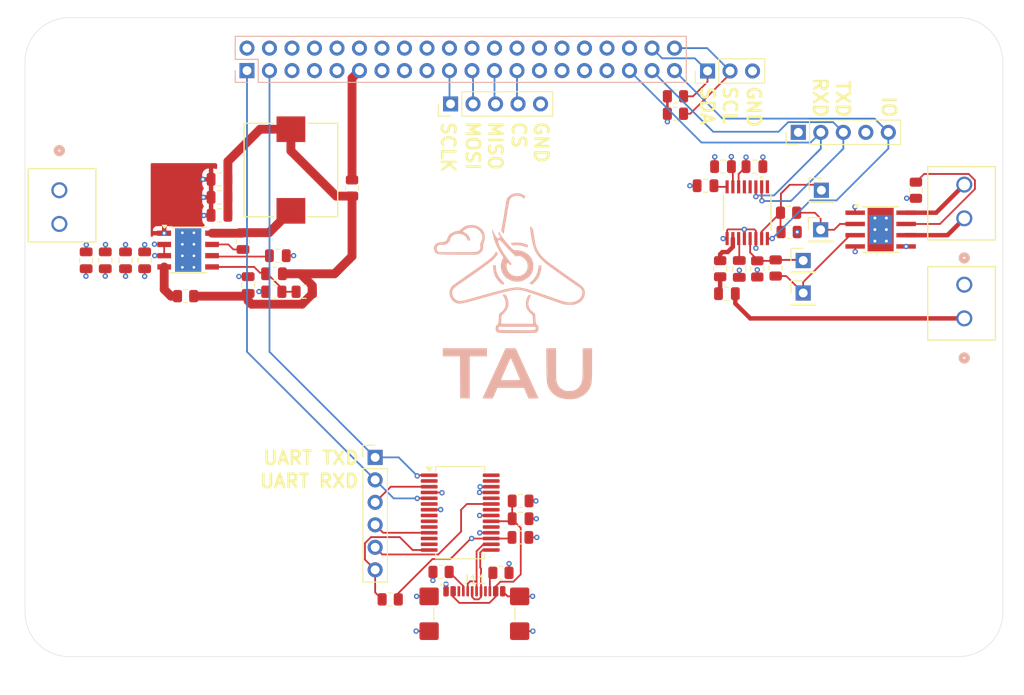
<source format=kicad_pcb>
(kicad_pcb (version 20241229) (generator "pcbnew") (generator_version "9.0")
  (layers (0 "F.Cu" signal) (4 "In1.Cu" signal) (6 "In2.Cu" signal) (2 "B.Cu" signal) (13 "F.Paste" user) (15 "B.Paste" user) (5 "F.SilkS" user "F.Silkscreen") (7 "B.SilkS" user "B.Silkscreen") (1 "F.Mask" user) (3 "B.Mask" user) (25 "Edge.Cuts" user))
  (net 0 "")
  (net 1 "Net-(C1-Pad2)")
  (net 2 "Net-(C1-Pad1)")
  (net 3 "Net-(U1-AVDD)")
  (net 4 "GND")
  (net 5 "Net-(U1-INN)")
  (net 6 "/Power_Schem/BOOT")
  (net 7 "/Power_Schem/SW")
  (net 8 "/Power_Schem/5V_FPGA_Power")
  (net 9 "/Power_Schem/FB")
  (net 10 "/Power_Schem/VCC")
  (net 14 "/Driver_Schem/RXD")
  (net 26 "/Driver_Schem/TXD")
  (net 31 "/Driver_Schem/IO")
  (net 34 "Net-(U2-OUT1)")
  (net 35 "Net-(U2-OUT2)")
  (net 36 "Net-(J5-Pin_1)")
  (net 37 "Net-(J7-Pin_1)")
  (net 38 "Net-(J8-Pin_1)")
  (net 39 "Net-(J9-Pin_1)")
  (net 40 "Net-(U2-ISEN)")
  (net 41 "Net-(U1-INP)")
  (net 42 "/Power_Schem/PG")
  (net 46 "Net-(Cff1-Pad1)")
  (net 47 "/USB_UART_Schem/3V3_OUT")
  (net 48 "/USB_UART_Schem/VCC")
  (net 49 "/USB_UART_Schem/TXD")
  (net 51 "/USB_UART_Schem/RXD")
  (net 52 "/USB_UART_Schem/CTS")
  (net 53 "/USB_UART_Schem/RTS")
  (net 54 "/USB_UART_Schem/CBUS3")
  (net 55 "/USB_UART_Schem/CBUS0")
  (net 56 "Net-(J11-CC1)")
  (net 57 "Net-(U4-USBD-)")
  (net 58 "Net-(J11-CC2)")
  (net 59 "Net-(U4-USBD+)")
  (net 70 "/V_Battery")
  (net 72 "/SCLK")
  (net 73 "/MISO")
  (net 74 "/CS")
  (net 75 "/MOSI")
  (net 77 "/SDA")
  (net 78 "/SCL")
  (net 83 "/IOREG")
  (footprint "Capacitor_SMD:C_0805_2012Metric" (layer "F.Cu") (at 175.7943 68.0821)
    (property "Reference" "C2" (hide yes))
    (property "Value" "0.1 µF" (hide yes))
  )
  (footprint "Capacitor_SMD:C_0805_2012Metric" (layer "F.Cu") (at 108.0335 76.506 -90)
    (property "Reference" "Cin3" (hide yes))
    (property "Value" "4.7 µF" (hide yes))
  )
  (footprint "Resistor_SMD:R_0805_2012Metric" (layer "F.Cu") (at 199.5433 68.5901 -90)
    (property "Reference" "R5" (hide yes))
    (property "Value" "10" (hide yes))
  )
  (footprint "MountingHole:MountingHole_3.2mm_M3" (layer "F.Cu") (at 204.3866 54.072)
    (property "Reference" "H3" (hide yes))
    (property "Value" "MountingHole" (hide yes))
  )
  (footprint "Connector_PinHeader_2.54mm:PinHeader_1x05_P2.54mm_Vertical" (layer "F.Cu") (at 186.27 62.05 90)
    (property "Reference" "J6" (hide yes))
    (property "Value" "Conn_01x05_Pin" (hide yes))
  )
  (footprint "Resistor_SMD:R_0805_2012Metric" (layer "F.Cu") (at 140.2 114.81)
    (property "Reference" "R8" (hide yes))
    (property "Value" "4.7k" (hide yes))
  )
  (footprint "Capacitor_SMD:C_0805_2012Metric" (layer "F.Cu") (at 127.514675 75.984675)
    (property "Reference" "Cvcc1" (hide yes))
    (property "Value" "1.0 µF" (hide yes))
  )
  (footprint "Connector_PinHeader_2.54mm:PinHeader_1x01_P2.54mm_Vertical" (layer "F.Cu") (at 188.788775 73.0549)
    (property "Reference" "J7" (hide yes))
    (property "Value" "Conn_01x01_Pin" (hide yes))
  )
  (footprint "Capacitor_SMD:C_0805_2012Metric" (layer "F.Cu") (at 154.919525 103.6892)
    (property "Reference" "C8" (hide yes))
    (property "Value" "10 µF" (hide yes))
  )
  (footprint "Resistor_SMD:R_0805_2012Metric" (layer "F.Cu") (at 145.94 111.71)
    (property "Reference" "R9" (hide yes))
    (property "Value" "5.1k" (hide yes))
  )
  (footprint "MountingHole:MountingHole_3.2mm_M3" (layer "F.Cu") (at 204.3866 116.302)
    (property "Reference" "H2" (hide yes))
    (property "Value" "MountingHole" (hide yes))
  )
  (footprint "Connector_PinHeader_2.54mm:PinHeader_1x01_P2.54mm_Vertical" (layer "F.Cu") (at 186.82 76.53)
    (property "Reference" "J8" (hide yes))
    (property "Value" "Conn_01x01_Pin" (hide yes))
  )
  (footprint "Resistor_SMD:R_0805_2012Metric" (layer "F.Cu") (at 130.489 80.062)
    (property "Reference" "Rfbt2" (hide yes))
    (property "Value" "100k" (hide yes))
  )
  (footprint "Resistor_SMD:R_0805_2012Metric" (layer "F.Cu") (at 185.1688 71.1301)
    (property "Reference" "R4" (hide yes))
    (property "Value" "0" (hide yes))
  )
  (footprint "Capacitor_SMD:C_0805_2012Metric" (layer "F.Cu") (at 179.6043 77.4801 90)
    (property "Reference" "C5" (hide yes))
    (property "Value" "0.033 µF" (hide yes))
  )
  (footprint "Connector_PinHeader_2.54mm:PinHeader_1x03_P2.54mm_Vertical" (layer "F.Cu") (at 176.02 55.12 90)
    (property "Reference" "J12" (hide yes))
    (property "Value" "Conn_01x03_Pin" (hide yes))
  )
  (footprint "Resistor_SMD:R_0805_2012Metric" (layer "F.Cu") (at 152.7 111.81 180)
    (property "Reference" "R10" (hide yes))
    (property "Value" "5.1k" (hide yes))
  )
  (footprint "Capacitor_SMD:C_0805_2012Metric" (layer "F.Cu") (at 112.4785 76.506 -90)
    (property "Reference" "Cin1" (hide yes))
    (property "Value" "4.7 µF" (hide yes))
  )
  (footprint "Resistor_SMD:R_0805_2012Metric" (layer "F.Cu") (at 135.89 68.34 90)
    (property "Reference" "R7" (hide yes))
    (property "Value" "0" (hide yes))
  )
  (footprint "Capacitor_SMD:C_0805_2012Metric" (layer "F.Cu") (at 110.3195 76.506 -90)
    (property "Reference" "Cin2" (hide yes))
    (property "Value" "4.7 µF" (hide yes))
  )
  (footprint "Connector_PinHeader_2.54mm:PinHeader_1x06_P2.54mm_Vertical" (layer "F.Cu") (at 138.5 98.77)
    (property "Reference" "J10" (hide yes))
    (property "Value" "Conn_01x06_Pin" (hide yes))
  )
  (footprint "Package_SO:Texas_HTSOP-8-1EP_3.9x4.9mm_P1.27mm_EP2.95x4.9mm_Mask2.4x3.1mm_ThermalVias" (layer "F.Cu") (at 195.5603 73.0351)
    (property "Reference" "U2" (hide yes))
    (property "Value" "DRV8870DDA" (hide yes))
  )
  (footprint "MountingHole:MountingHole_3.2mm_M3" (layer "F.Cu") (at 103.9426 54.072)
    (property "Reference" "H1" (hide yes))
    (property "Value" "MountingHole" (hide yes))
  )
  (footprint "Capacitor_SMD:C_0805_2012Metric" (layer "F.Cu") (at 181.3163 65.9231 180)
    (property "Reference" "C4" (hide yes))
    (property "Value" "0.1 µF" (hide yes))
  )
  (footprint "Resistor_SMD:R_0805_2012Metric" (layer "F.Cu") (at 181.6363 77.4801 90)
    (property "Reference" "R1" (hide yes))
    (property "Value" "4.7k" (hide yes))
  )
  (footprint "Connector_PinHeader_2.54mm:PinHeader_1x05_P2.54mm_Vertical" (layer "F.Cu") (at 147.01 58.84 90)
    (property "Reference" "J4" (hide yes))
    (property "Value" "Conn_01x05_Pin" (hide yes))
  )
  (footprint "Capacitor_SMD:C_0805_2012Metric" (layer "F.Cu") (at 120.9265 69.394 180)
    (property "Reference" "Cout2" (hide yes))
    (property "Value" "47.0 µF" (hide yes))
  )
  (footprint "Capacitor_SMD:C_0805_2012Metric" (layer "F.Cu") (at 127.08 78.03 180)
    (property "Reference" "Cff1" (hide yes))
    (property "Value" "22.0 pF" (hide yes))
  )
  (footprint "Connector_USB:USB_C_Receptacle_GCT_USB4110" (layer "F.Cu") (at 149.7 117.575)
    (property "Reference" "J11")
    (property "Value" "USB_C_Receptacle_USB2.0_14P" (hide yes))
  )
  (footprint "Capacitor_SMD:C_0805_2012Metric" (layer "F.Cu") (at 123.577675 74.333675 90)
    (property "Reference" "Cboot2" (hide yes))
    (property "Value" "100.0 nF" (hide yes))
  )
  (footprint "Capacitor_SMD:C_0805_2012Metric" (layer "F.Cu") (at 154.9 107.81)
    (property "Reference" "C6" (hide yes))
    (property "Value" "100 nF" (hide yes))
  )
  (footprint "Package_SO:SSOP-28_5.3x10.2mm_P0.65mm" (layer "F.Cu") (at 148.1 105.01)
    (property "Reference" "U4" (hide yes))
    (property "Value" "FT232RL" (hide yes))
  )
  (footprint "Capacitor_SMD:C_0805_2012Metric" (layer "F.Cu") (at 120.9265 67.362 180)
    (property "Reference" "Cout1" (hide yes))
    (property "Value" "47.0 µF" (hide yes))
  )
  (footprint "Resistor_SMD:R_0805_2012Metric" (layer "F.Cu") (at 172.4 57.98)
    (property "Reference" "R11" (hide yes))
    (property "Value" "4.7k" (hide yes))
  )
  (footprint "Capacitor_SMD:C_0805_2012Metric" (layer "F.Cu") (at 105.8745 76.506 -90)
    (property "Reference" "Cinx1" (hide yes))
    (property "Value" "220.0 nF" (hide yes))
  )
  (footprint "YO0221500000G:CONN_YO0221500000G_AMP" (layer "F.Cu") (at 205.0043 83.0681 90)
    (property "Reference" "J2" (hide yes))
    (property "Value" "YO0221500000G" (hide yes))
  )
  (footprint "Resistor_SMD:R_0805_2012Metric" (layer "F.Cu") (at 127.06 80.062)
    (property "Reference" "Rfbt1" (hide yes))
    (property "Value" "100k" (hide yes))
  )
  (footprint "YO0221500000G:CONN_YO0221500000G_AMP" (layer "F.Cu") (at 205.0043 71.765101 90)
    (property "Reference" "J1" (hide yes))
    (property "Value" "YO0221500000G" (hide yes))
  )
  (footprint "Connector_PinHeader_2.54mm:PinHeader_1x01_P2.54mm_Vertical" (layer "F.Cu") (at 188.8753 68.5901)
    (property "Reference" "J9" (hide yes))
    (property "Value" "Conn_01x01_Pin" (hide yes))
  )
  (footprint "Capacitor_SMD:C_0805_2012Metric" (layer "F.Cu") (at 178.2073 80.2741)
    (property "Reference" "C1" (hide yes))
    (property "Value" "390 pF" (hide yes))
  )
  (footprint "Connector_PinHeader_2.54mm:PinHeader_1x01_P2.54mm_Vertical" (layer "F.Cu") (at 186.82 80.2)
    (property "Reference" "J5" (hide yes))
    (property "Value" "Conn_01x01_Pin" (hide yes))
  )
  (footprint "Resistor_SMD:R_0805_2012Metric" (layer "F.Cu") (at 117.100675 80.556675)
    (property "Reference" "Rpg1" (hide yes))
    (property "Value" "100k" (hide yes))
  )
  (footprint "Package_SO:Texas_HSOP-8-1EP_3.9x4.9mm_P1.27mm_ThermalVias" (layer "F.Cu") (at 117.387675 75.349675)
    (property "Reference" "U3" (hide yes))
    (property "Value" "LMR33640ADDA" (hide yes))
  )
  (footprint "PGA460:PW16_TEX" (layer "F.Cu") (at 180.504301 71.1301 90)
    (property "Reference" "U1" (hide yes))
    (property "Value" "~" (hide yes))
  )
  (footprint "SRP1038A-150M:IND_SRP1038A_BRN" (layer "F.Cu") (at 128.9885 66.3079 90)
    (property "Reference" "L1" (hide yes))
    (property "Value" "16.0 µH" (hide yes))
  )
  (footprint "Resistor_SMD:R_0805_2012Metric" (layer "F.Cu") (at 185.232775 73.3089 180)
    (property "Reference" "R2" (hide yes))
    (property "Value" "4.7k" (hide yes))
  )
  (footprint "Resistor_SMD:R_0805_2012Metric" (layer "F.Cu") (at 183.708775 77.3729 90)
    (property "Reference" "R3" (hide yes))
    (property "Value" "0" (hide yes))
  )
  (footprint "Resistor_SMD:R_0805_2012Metric" (layer "F.Cu") (at 177.4453 77.4566 -90)
    (property "Reference" "R6" (hide yes))
    (property "Value" "100" (hide yes))
  )
  (footprint "Capacitor_SMD:C_0805_2012Metric" (layer "F.Cu") (at 177.7653 65.9231)
    (property "Reference" "C3" (hide yes))
    (property "Value" "0.1 µF" (hide yes))
  )
  (footprint "Capacitor_SMD:C_0805_2012Metric" (layer "F.Cu") (at 124.1625 79.3 90)
    (property "Reference" "Coutx1" (hide yes))
    (property "Value" "100.0 nF" (hide yes))
  )
  (footprint "Capacitor_SMD:C_0805_2012Metric" (layer "F.Cu") (at 154.919525 105.6992)
    (property "Reference" "C7" (hide yes))
    (property "Value" "100 nF" (hide yes))
  )
  (footprint "Resistor_SMD:R_0805_2012Metric" (layer "F.Cu") (at 172.4 59.95)
    (property "Reference" "R12" (hide yes))
    (property "Value" "4.7k" (hide yes))
  )
  (footprint "YO0221500000G:CONN_YO0221500000G_AMP" (layer "F.Cu") (at 102.85 68.589999 -90)
    (property "Reference" "J3" (hide yes))
    (property "Value" "YO0221500000G" (hide yes))
  )
  (footprint "MountingHole:MountingHole_3.2mm_M3" (layer "F.Cu") (at 104.061595 116.417005)
    (property "Reference" "H4" (hide yes))
    (property "Value" "MountingHole" (hide yes))
  )
  (footprint "Capacitor_SMD:C_0805_2012Metric" (layer "F.Cu") (at 120.9265 71.426 180)
    (property "Reference" "Cout3" (hide yes))
    (property "Value" "47.0 µF" (hide yes))
  )
  (footprint "Connector_PinSocket_2.54mm:PinSocket_2x20_P2.54mm_Vertical" (layer "B.Cu") (at 124.031595 55.077005 -90)
    (property "Reference" "GPIO_0" (hide yes))
    (property "Value" "Conn_02x20_Odd_Even" (hide yes))
  )
  (footprint "FPGA_Anemometer_PCB:UAT_Symbol1" (layer "B.Cu") (at 154.35403 80.434565 180)
    (property "Reference" "G***" (hide yes))
    (property "Value" "LOGO" (hide yes))
  )
  (gr_line (start 103.981595 116.417005) (end 103.981595 116.417005) (stroke (width 0.2)) (layer "F.Cu"))
  (gr_arc (start 98.97259 54.072) (mid 100.428272 50.557672) (end 103.9426 49.10199) (stroke (width 0.05)) (layer "Edge.Cuts"))
  (gr_line (start 204.3866 49.10199) (end 103.9426 49.10199) (stroke (width 0.05)) (layer "Edge.Cuts"))
  (gr_line (start 98.97259 54.072) (end 98.97259 116.302) (stroke (width 0.05)) (layer "Edge.Cuts"))
  (gr_arc (start 209.35661 116.302) (mid 207.900928 119.816328) (end 204.3866 121.27201) (stroke (width 0.05)) (layer "Edge.Cuts"))
  (gr_arc (start 103.9466 121.27205) (mid 100.432244 119.816356) (end 98.97655 116.302) (stroke (width 0.05)) (layer "Edge.Cuts"))
  (gr_line (start 209.35661 54.072) (end 209.35661 116.302) (stroke (width 0.05)) (layer "Edge.Cuts"))
  (gr_arc (start 204.3866 49.10199) (mid 207.900928 50.557672) (end 209.35661 54.072) (stroke (width 0.05)) (layer "Edge.Cuts"))
  (gr_line (start 204.3866 121.27201) (end 103.9466 121.27201) (stroke (width 0.05)) (layer "Edge.Cuts"))
  (gr_text "MISO" (at 151.18 60.64 270) (layer "F.SilkS") (effects (font (size 1.5 1.5) (thickness 0.3) (bold yes)) (justify left bottom)))
  (gr_text "MOSI\n" (at 148.64 60.65 270) (layer "F.SilkS") (effects (font (size 1.5 1.5) (thickness 0.3) (bold yes)) (justify left bottom)))
  (gr_text "IO" (at 195.61 57.83 270) (layer "F.SilkS") (effects (font (size 1.5 1.5) (thickness 0.3) (bold yes)) (justify left bottom)))
  (gr_text "UART RXD" (at 125.32 102.32 0) (layer "F.SilkS") (effects (font (size 1.5 1.5) (thickness 0.3) (bold yes)) (justify left bottom)))
  (gr_text "GND" (at 156.36 60.7 270) (layer "F.SilkS") (effects (font (size 1.5 1.5) (thickness 0.3) (bold yes)) (justify left bottom)))
  (gr_text "SDA" (at 175.12 56.75 270) (layer "F.SilkS") (effects (font (size 1.5 1.5) (thickness 0.3) (bold yes)) (justify left bottom)))
  (gr_text "SCLK\n" (at 145.86 60.71 270) (layer "F.SilkS") (effects (font (size 1.5 1.5) (thickness 0.3) (bold yes)) (justify left bottom)))
  (gr_text "SCL" (at 177.67 56.68 270) (layer "F.SilkS") (effects (font (size 1.5 1.5) (thickness 0.3) (bold yes)) (justify left bottom)))
  (gr_text "RXD" (at 187.86 55.71 270) (layer "F.SilkS") (effects (font (size 1.5 1.5) (thickness 0.3) (bold yes)) (justify left bottom)))
  (gr_text "UART TXD" (at 125.7 99.7 0) (layer "F.SilkS") (effects (font (size 1.5 1.5) (thickness 0.3) (bold yes)) (justify left bottom)))
  (gr_text "CS" (at 153.85 60.69 270) (layer "F.SilkS") (effects (font (size 1.5 1.5) (thickness 0.3) (bold yes)) (justify left bottom)))
  (gr_text "GND" (at 180.36 56.68 270) (layer "F.SilkS") (effects (font (size 1.5 1.5) (thickness 0.3) (bold yes)) (justify left bottom)))
  (gr_text "TXD" (at 190.41 56.04 270) (layer "F.SilkS") (effects (font (size 1.5 1.5) (thickness 0.3) (bold yes)) (justify left bottom)))
  (segment (start 179.1573 80.2741) (end 179.1573 80.8217) (width 0.2) (layer "F.Cu") (net 1))
  (segment (start 180.8381 83.0681) (end 205.0043 83.0681) (width 0.5) (layer "F.Cu") (net 1))
  (segment (start 179.1573 81.3873) (end 180.8381 83.0681) (width 0.5) (layer "F.Cu") (net 1))
  (segment (start 179.1573 80.8217) (end 179.1573 81.3873) (width 0.5) (layer "F.Cu") (net 1))
  (segment (start 177.4453 80.0861) (end 177.2573 80.2741) (width 0.2) (layer "F.Cu") (net 2))
  (segment (start 177.4453 78.3691) (end 177.4453 80.0861) (width 0.5) (layer "F.Cu") (net 2))
  (segment (start 176.8713 68.2091) (end 176.7443 68.0821) (width 0.2) (layer "F.Cu") (net 3))
  (segment (start 178.229302 68.2091) (end 176.8713 68.2091) (width 0.2) (layer "F.Cu") (net 3))
  (segment (start 176.8337 64.8181) (end 176.8337 64.9081) (width 0.2) (layer "F.Cu") (net 4))
  (segment (start 145.0275 112.6625) (end 145.02 112.67) (width 0.2) (layer "F.Cu") (net 4))
  (segment (start 123.12 78.33) (end 123.14 78.35) (width 0.2) (layer "F.Cu") (net 4))
  (segment (start 178.330302 73.0135) (end 178.229302 73.1145) (width 0.2) (layer "F.Cu") (net 4))
  (segment (start 176.8153 64.8365) (end 176.8337 64.8181) (width 0.2) (layer "F.Cu") (net 4))
  (segment (start 151.6 105.335) (end 150.295 105.335) (width 0.2) (layer "F.Cu") (net 4))
  (segment (start 123.14 78.35) (end 124.1625 78.35) (width 0.2) (layer "F.Cu") (net 4))
  (segment (start 144.59 114.47) (end 143.18 114.47) (width 0.2) (layer "F.Cu") (net 4))
  (segment (start 151.6 107.285) (end 150.305 107.285) (width 0.2) (layer "F.Cu") (net 4))
  (segment (start 119.9745 67.36) (end 119.9765 67.362) (width 0.2) (layer "F.Cu") (net 4))
  (segment (start 178.229302 74.0511) (end 177.784975 74.0511) (width 0.2) (layer "F.Cu") (net 4))
  (segment (start 112.4785 78.32) (end 112.4785 77.456) (width 0.2) (layer "F.Cu") (net 4))
  (segment (start 181.4793 75.131975) (end 181.4415 75.169775) (width 0.2) (layer "F.Cu") (net 4))
  (segment (start 176.8337 64.9081) (end 176.8237 64.9181) (width 0.2) (layer "F.Cu") (net 4))
  (segment (start 143.14 118.4) (end 143.13 118.39) (width 0.2) (layer "F.Cu") (net 4))
  (segment (start 156.6892 105.6992) (end 155.869525 105.6992) (width 0.2) (layer "F.Cu") (net 4))
  (segment (start 129.29 75.984675) (end 128.464675 75.984675) (width 0.2) (layer "F.Cu") (net 4))
  (segment (start 181.4793 73.184701) (end 181.4793 74.0511) (width 0.2) (layer "F.Cu") (net 4))
  (segment (start 151.6 102.085) (end 150.355 102.085) (width 0.2) (layer "F.Cu") (net 4))
  (segment (start 154.81 118.4) (end 156.3 118.4) (width 0.2) (layer "F.Cu") (net 4))
  (segment (start 150.295 102.735) (end 150.29 102.73) (width 0.2) (layer "F.Cu") (net 4))
  (segment (start 145.0275 111.71) (end 145.0275 112.6625) (width 0.2) (layer "F.Cu") (net 4))
  (segment (start 119.9725 71.43) (end 119.9765 71.426) (width 0.2) (layer "F.Cu") (net 4))
  (segment (start 126.125044 80.039544) (end 126.1475 80.062) (width 0.2) (layer "F.Cu") (net 4))
  (segment (start 192.6637 71.1085) (end 192.6853 71.1301) (width 0.2) (layer "F.Cu") (net 4))
  (segment (start 151.6 102.735) (end 150.295 102.735) (width 0.2) (layer "F.Cu") (net 4))
  (segment (start 154.81 114.47) (end 156.26 114.47) (width 0.2) (layer "F.Cu") (net 4))
  (segment (start 150.305 107.285) (end 150.3 107.29) (width 0.2) (layer "F.Cu") (net 4))
  (segment (start 156.26 114.47) (end 156.27 114.46) (width 0.2) (layer "F.Cu") (net 4))
  (segment (start 156.3 118.4) (end 156.31 118.4) (width 0.2) (layer "F.Cu") (net 4))
  (segment (start 125.3875 80.039544) (end 126.125044 80.039544) (width 0.2) (layer "F.Cu") (net 4))
  (segment (start 150.355 102.085) (end 150.35 102.09) (width 0.2) (layer "F.Cu") (net 4))
  (segment (start 110.3195 77.456) (end 110.3195 78.3095) (width 0.2) (layer "F.Cu") (net 4))
  (segment (start 181.308099 73.0135) (end 181.4793 73.184701) (width 0.2) (layer "F.Cu") (net 4))
  (segment (start 119.9765 69.394) (end 119.124 69.394) (width 0.2) (layer "F.Cu") (net 4))
  (segment (start 179.6137 78.4207) (end 179.6043 78.4301) (width 0.2) (layer "F.Cu") (net 4))
  (segment (start 108.0335 78.29) (end 108.0335 77.456) (width 0.2) (layer "F.Cu") (net 4))
  (segment (start 178.229302 73.1145) (end 178.229302 74.0511) (width 0.2) (layer "F.Cu") (net 4))
  (segment (start 110.3195 78.3095) (end 110.32 78.31) (width 0.2) (layer "F.Cu") (net 4))
  (segment (start 198.5037 69.4981) (end 198.5082 69.5026) (width 0.2) (layer "F.Cu") (net 4))
  (segment (start 145.89 104.67) (end 145.78 104.67) (width 0.2) (layer "F.Cu") (net 4))
  (segment (start 180.2803 73.0135) (end 181.308099 73.0135) (width 0.2) (layer "F.Cu") (net 4))
  (segment (start 156.74 107.81) (end 156.75 107.82) (width 0.2) (layer "F.Cu") (net 4))
  (segment (start 177.784975 74.0511) (end 177.7839 74.052175) (width 0.2) (layer "F.Cu") (net 4))
  (segment (start 144.59 118.4) (end 143.14 118.4) (width 0.2) (layer "F.Cu") (net 4))
  (segment (start 119.17 71.43) (end 119.9725 71.43) (width 0.2) (layer "F.Cu") (net 4))
  (segment (start 174.0337 68.0821) (end 174.8443 68.0821) (width 0.2) (layer "F.Cu") (net 4))
  (segment (start 105.85 77.4805) (end 105.8745 77.456) (width 0.2) (layer "F.Cu") (net 4))
  (segment (start 145.765 104.685) (end 144.6 104.685) (width 0.2) (layer "F.Cu") (net 4))
  (segment (start 152.9 113.895) (end 153.475 114.47) (width 0.2) (layer "F.Cu") (net 4))
  (segment (start 119.124 69.394) (end 119.12 69.39) (width 0.2) (layer "F.Cu") (net 4))
  (segment (start 182.2737 64.8481) (end 182.2737 65.9157) (width 0.2) (layer "F.Cu") (net 4))
  (segment (start 179.6137 77.6281) (end 179.6137 78.4207) (width 0.2) (layer "F.Cu") (net 4))
  (segment (start 153.475 114.47) (end 154.81 114.47) (width 0.2) (layer "F.Cu") (net 4))
  (segment (start 105.85 78.3) (end 105.85 77.4805) (width 0.2) (layer "F.Cu") (net 4))
  (segment (start 145.78 104.67) (end 145.765 104.685) (width 0.2) (layer "F.Cu") (net 4))
  (segment (start 180.2803 73.0135) (end 180.1715 73.0135) (width 0.2) (layer "F.Cu") (net 4))
  (segment (start 180.1793 74.0511) (end 180.1793 73.1145) (width 0.2) (layer "F.Cu") (net 4))
  (segment (start 192.6637 70.4681) (end 192.6637 71.1085) (width 0.2) (layer "F.Cu") (net 4))
  (segment (start 198.5082 69.5026) (end 199.5433 69.5026) (width 0.2) (layer "F.Cu") (net 4))
  (segment (start 155.85 107.81) (end 156.74 107.81) (width 0.2) (layer "F.Cu") (net 4))
  (segment (start 182.2737 65.9157) (end 182.2663 65.9231) (width 0.2) (layer "F.Cu") (net 4))
  (segment (start 176.8153 65.9231) (end 176.8153 64.8365) (width 0.2) (layer "F.Cu") (net 4))
  (segment (start 119.12 69.39) (end 119.26 69.39) (width 0.2) (layer "F.Cu") (net 4))
  (segment (start 153.6125 111.81) (end 153.6125 110.7725) (width 0.2) (layer "F.Cu") (net 4))
  (segment (start 180.1715 73.0135) (end 178.330302 73.0135) (width 0.2) (layer "F.Cu") (net 4))
  (segment (start 119.05 67.36) (end 119.9745 67.36) (width 0.2) (layer "F.Cu") (net 4))
  (segment (start 119.16 71.44) (end 119.17 71.43) (width 0.2) (layer "F.Cu") (net 4))
  (segment (start 181.4793 74.0511) (end 181.4793 75.131975) (width 0.2) (layer "F.Cu") (net 4))
  (segment (start 156.6392 103.6892) (end 155.869525 103.6892) (width 0.2) (layer "F.Cu") (net 4))
  (segment (start 146.5 113.895) (end 146.5 113.09) (width 0.2) (layer "F.Cu") (net 4))
  (via (at 181.4793 75.131975) (size 0.6) (drill 0.3) (layers "F.Cu" "B.Cu") (net 4))
  (via (at 156.3 118.4) (size 0.6) (drill 0.3) (layers "F.Cu" "B.Cu") (net 4))
  (via (at 108.0335 78.29) (size 0.6) (drill 0.3) (layers "F.Cu" "B.Cu") (net 4))
  (via (at 146.5 113.09) (size 0.6) (drill 0.3) (layers "F.Cu" "B.Cu") (net 4))
  (via (at 150.35 102.09) (size 0.6) (drill 0.3) (layers "F.Cu" "B.Cu") (net 4))
  (via (at 125.3875 80.039544) (size 0.6) (drill 0.3) (layers "F.Cu" "B.Cu") (net 4))
  (via (at 156.74 107.81) (size 0.6) (drill 0.3) (layers "F.Cu" "B.Cu") (net 4))
  (via (at 179.6137 77.6281) (size 0.6) (drill 0.3) (layers "F.Cu" "B.Cu") (net 4))
  (via (at 174.0337 68.0821) (size 0.6) (drill 0.3) (layers "F.Cu" "B.Cu") (net 4))
  (via (at 177.7839 74.052175) (size 0.6) (drill 0.3) (layers "F.Cu" "B.Cu") (net 4))
  (via (at 150.295 105.335) (size 0.6) (drill 0.3) (layers "F.Cu" "B.Cu") (net 4))
  (via (at 105.85 78.3) (size 0.6) (drill 0.3) (layers "F.Cu" "B.Cu") (net 4))
  (via (at 112.4785 78.32) (size 0.6) (drill 0.3) (layers "F.Cu" "B.Cu") (net 4))
  (via (at 129.29 75.984675) (size 0.6) (drill 0.3) (layers "F.Cu" "B.Cu") (net 4))
  (via (at 119.05 67.36) (size 0.6) (drill 0.3) (layers "F.Cu" "B.Cu") (net 4))
  (via (at 156.6392 103.6892) (size 0.6) (drill 0.3) (layers "F.Cu" "B.Cu") (net 4))
  (via (at 119.12 69.39) (size 0.6) (drill 0.3) (layers "F.Cu" "B.Cu") (net 4))
  (via (at 143.18 114.47) (size 0.6) (drill 0.3) (layers "F.Cu" "B.Cu") (net 4))
  (via (at 145.89 104.67) (size 0.6) (drill 0.3) (layers "F.Cu" "B.Cu") (net 4))
  (via (at 119.16 71.44) (size 0.6) (drill 0.3) (layers "F.Cu" "B.Cu") (net 4))
  (via (at 192.6637 70.4681) (size 0.6) (drill 0.3) (layers "F.Cu" "B.Cu") (net 4))
  (via (at 145.02 112.67) (size 0.6) (drill 0.3) (layers "F.Cu" "B.Cu") (net 4))
  (via (at 156.6892 105.6992) (size 0.6) (drill 0.3) (layers "F.Cu" "B.Cu") (net 4))
  (via (at 110.32 78.31) (size 0.6) (drill 0.3) (layers "F.Cu" "B.Cu") (net 4))
  (via (at 180.1715 73.0135) (size 0.6) (drill 0.3) (layers "F.Cu" "B.Cu") (net 4))
  (via (at 143.13 118.39) (size 0.6) (drill 0.3) (layers "F.Cu" "B.Cu") (net 4))
  (via (at 123.12 78.33) (size 0.6) (drill 0.3) (layers "F.Cu" "B.Cu") (net 4))
  (via (at 198.5037 69.4981) (size 0.6) (drill 0.3) (layers "F.Cu" "B.Cu") (net 4))
  (via (at 150.31 107.29) (size 0.6) (drill 0.3) (layers "F.Cu" "B.Cu") (net 4))
  (via (at 150.29 102.73) (size 0.6) (drill 0.3) (layers "F.Cu" "B.Cu") (net 4))
  (via (at 176.8337 64.8181) (size 0.6) (drill 0.3) (layers "F.Cu" "B.Cu") (net 4))
  (via (at 114.687675 73.444675) (size 0.6) (drill 0.3) (layers "F.Cu" "B.Cu") (net 4))
  (via (at 182.2737 64.8481) (size 0.6) (drill 0.3) (layers "F.Cu" "B.Cu") (net 4))
  (via (at 153.6125 110.7725) (size 0.6) (drill 0.3) (layers "F.Cu" "B.Cu") (net 4))
  (via (at 156.27 114.46) (size 0.6) (drill 0.3) (layers "F.Cu" "B.Cu") (net 4))
  (segment (start 179.6043 76.5301) (end 179.6043 74.126098) (width 0.2) (layer "F.Cu") (net 5))
  (segment (start 179.6043 74.126098) (end 179.529302 74.0511) (width 0.2) (layer "F.Cu") (net 5))
  (segment (start 122.495675 75.283675) (end 123.577675 75.283675) (width 0.2) (layer "F.Cu") (net 6))
  (segment (start 121.926675 74.714675) (end 122.495675 75.283675) (width 0.2) (layer "F.Cu") (net 6))
  (segment (start 120.087675 74.714675) (end 121.926675 74.714675) (width 0.2) (layer "F.Cu") (net 6))
  (segment (start 126.522825 73.383675) (end 128.9885 70.918) (width 1) (layer "F.Cu") (net 7))
  (segment (start 120.148675 73.383675) (end 120.087675 73.444675) (width 0.2) (layer "F.Cu") (net 7))
  (segment (start 123.516675 73.444675) (end 123.577675 73.383675) (width 0.2) (layer "F.Cu") (net 7))
  (segment (start 123.577675 73.383675) (end 126.522825 73.383675) (width 1) (layer "F.Cu") (net 7))
  (segment (start 120.087675 73.444675) (end 123.516675 73.444675) (width 1) (layer "F.Cu") (net 7))
  (segment (start 135.89 55.9186) (end 136.731595 55.077005) (width 1) (layer "F.Cu") (net 8))
  (segment (start 135.89 67.4275) (end 135.89 55.9186) (width 1) (layer "F.Cu") (net 8))
  (segment (start 125.49 77.91) (end 126.01 77.91) (width 0.2) (layer "F.Cu") (net 9))
  (segment (start 124.834675 77.254675) (end 125.49 77.91) (width 0.2) (layer "F.Cu") (net 9))
  (segment (start 127.9725 79.6825) (end 127.9725 80.062) (width 0.2) (layer "F.Cu") (net 9))
  (segment (start 126.01 77.91) (end 126.13 78.03) (width 0.2) (layer "F.Cu") (net 9))
  (segment (start 120.087675 77.254675) (end 124.834675 77.254675) (width 0.2) (layer "F.Cu") (net 9))
  (segment (start 126.32 78.03) (end 127.9725 79.6825) (width 0.2) (layer "F.Cu") (net 9))
  (segment (start 127.7845 79.874) (end 127.9725 80.062) (width 0.2) (layer "F.Cu") (net 9))
  (segment (start 126.13 78.03) (end 126.32 78.03) (width 0.2) (layer "F.Cu") (net 9))
  (segment (start 129.5765 80.062) (end 127.9725 80.062) (width 0.2) (layer "F.Cu") (net 9))
  (segment (start 126.464675 76.084675) (end 126.564675 75.984675) (width 0.2) (layer "F.Cu") (net 10))
  (segment (start 120.087675 75.984675) (end 120.187675 76.084675) (width 0.2) (layer "F.Cu") (net 10))
  (segment (start 120.187675 76.084675) (end 126.464675 76.084675) (width 0.2) (layer "F.Cu") (net 10))
  (segment (start 181.4793 69.3081) (end 181.4793 68.2091) (width 0.2) (layer "F.Cu") (net 14))
  (via (at 181.4793 69.3081) (size 0.6) (drill 0.3) (layers "F.Cu" "B.Cu") (net 14))
  (segment (start 188.249837 64.449837) (end 188.81 63.889674) (width 0.2) (layer "B.Cu") (net 14))
  (segment (start 181.606808 69.180592) (end 183.519083 69.180592) (width 0.2) (layer "B.Cu") (net 14))
  (segment (start 183.519083 69.180592) (end 188.249837 64.449837) (width 0.2) (layer "B.Cu") (net 14))
  (segment (start 188.249837 64.449837) (end 188.4773 64.222375) (width 0.2) (layer "B.Cu") (net 14))
  (segment (start 175.33559 63.201) (end 187.659 63.201) (width 0.2) (layer "B.Cu") (net 14))
  (segment (start 167.211595 55.077005) (end 175.33559 63.201) (width 0.2) (layer "B.Cu") (net 14))
  (segment (start 188.7313 63.968375) (end 188.4773 64.222375) (width 0.2) (layer "B.Cu") (net 14))
  (segment (start 187.659 63.201) (end 188.81 62.05) (width 0.2) (layer "B.Cu") (net 14))
  (segment (start 181.4793 69.3081) (end 181.606808 69.180592) (width 0.2) (layer "B.Cu") (net 14))
  (segment (start 188.81 63.889674) (end 188.81 62.05) (width 0.2) (layer "B.Cu") (net 14))
  (segment (start 182.129302 69.747696) (end 182.162198 69.780592) (width 0.2) (layer "F.Cu") (net 26))
  (segment (start 182.129302 68.2091) (end 182.129302 69.747696) (width 0.2) (layer "F.Cu") (net 26))
  (via (at 182.162198 69.780592) (size 0.6) (drill 0.3) (layers "F.Cu" "B.Cu") (net 26))
  (segment (start 184.038 61.98) (end 185.119 60.899) (width 0.2) (layer "B.Cu") (net 26))
  (segment (start 176.65459 61.98) (end 169.751595 55.077005) (width 0.2) (layer "B.Cu") (net 26))
  (segment (start 182.189979 69.808373) (end 185.431302 69.808373) (width 0.2) (layer "B.Cu") (net 26))
  (segment (start 191.099837 64.139837) (end 191.35 63.889674) (width 0.2) (layer "B.Cu") (net 26))
  (segment (start 185.431302 69.808373) (end 191.0173 64.222375) (width 0.2) (layer "B.Cu") (net 26))
  (segment (start 190.199 60.899) (end 191.35 62.05) (width 0.2) (layer "B.Cu") (net 26))
  (segment (start 176.65459 61.98) (end 184.038 61.98) (width 0.2) (layer "B.Cu") (net 26))
  (segment (start 182.162198 69.780592) (end 182.189979 69.808373) (width 0.2) (layer "B.Cu") (net 26))
  (segment (start 191.099837 64.139837) (end 191.0173 64.222375) (width 0.2) (layer "B.Cu") (net 26))
  (segment (start 191.35 63.889674) (end 191.35 62.05) (width 0.2) (layer "B.Cu") (net 26))
  (segment (start 185.119 60.899) (end 190.199 60.899) (width 0.2) (layer "B.Cu") (net 26))
  (segment (start 191.2713 63.968375) (end 191.099837 64.139837) (width 0.2) (layer "B.Cu") (net 26))
  (segment (start 182.7793 74.0511) (end 183.320025 74.0511) (width 0.2) (layer "F.Cu") (net 31))
  (via (at 183.320025 74.0511) (size 0.6) (drill 0.3) (layers "F.Cu" "B.Cu") (net 31))
  (segment (start 179.342 60.498) (end 194.878 60.498) (width 0.2) (layer "B.Cu") (net 31))
  (segment (start 194.878 60.498) (end 196.43 62.05) (width 0.2) (layer "B.Cu") (net 31))
  (segment (start 183.320025 74.0511) (end 187.630025 69.7411) (width 0.2) (layer "B.Cu") (net 31))
  (segment (start 195.964838 64.354838) (end 196.0973 64.222375) (width 0.2) (layer "B.Cu") (net 31))
  (segment (start 179.342 60.498) (end 177.71259 60.498) (width 0.2) (layer "B.Cu") (net 31))
  (segment (start 196.43 63.889676) (end 196.43 62.05) (width 0.2) (layer "B.Cu") (net 31))
  (segment (start 187.630025 69.7411) (end 190.578575 69.7411) (width 0.2) (layer "B.Cu") (net 31))
  (segment (start 177.71259 60.498) (end 172.291595 55.077005) (width 0.2) (layer "B.Cu") (net 31))
  (segment (start 190.578575 69.7411) (end 195.964838 64.354838) (width 0.2) (layer "B.Cu") (net 31))
  (segment (start 172.291595 55.81227) (end 172.291595 55.077005) (width 0.2) (layer "B.Cu") (net 31))
  (segment (start 195.964838 64.354838) (end 196.43 63.889676) (width 0.2) (layer "B.Cu") (net 31))
  (segment (start 203.099301 73.6701) (end 205.0043 71.765101) (width 0.5) (layer "F.Cu") (net 34))
  (segment (start 198.4353 73.6701) (end 203.099301 73.6701) (width 0.5) (layer "F.Cu") (net 34))
  (segment (start 198.4353 71.1301) (end 201.8293 71.1301) (width 0.5) (layer "F.Cu") (net 35))
  (segment (start 201.8293 71.1301) (end 205.0043 67.9551) (width 0.5) (layer "F.Cu") (net 35))
  (segment (start 186.82 80.2) (end 186.82 78.9591) (width 0.2) (layer "F.Cu") (net 36))
  (segment (start 183.708775 78.2854) (end 184.9054 78.2854) (width 0.2) (layer "F.Cu") (net 36))
  (segment (start 184.9054 78.2854) (end 186.82 80.2) (width 0.2) (layer "F.Cu") (net 36))
  (segment (start 186.82 78.9591) (end 192.109 73.6701) (width 0.2) (layer "F.Cu") (net 36))
  (segment (start 192.109 73.6701) (end 192.6853 73.6701) (width 0.2) (layer "F.Cu") (net 36))
  (segment (start 190.967575 72.4001) (end 192.6853 72.4001) (width 0.2) (layer "F.Cu") (net 37))
  (segment (start 188.788775 73.0549) (end 190.312775 73.0549) (width 0.2) (layer "F.Cu") (net 37))
  (segment (start 188.133975 71.1301) (end 188.788775 71.7849) (width 0.2) (layer "F.Cu") (net 37))
  (segment (start 190.312775 73.0549) (end 190.967575 72.4001) (width 0.2) (layer "F.Cu") (net 37))
  (segment (start 186.0813 71.1301) (end 188.133975 71.1301) (width 0.2) (layer "F.Cu") (net 37))
  (segment (start 188.788775 71.7849) (end 188.788775 73.0549) (width 0.2) (layer "F.Cu") (net 37))
  (segment (start 181.6363 76.431375) (end 181.6363 76.5676) (width 0.2) (layer "F.Cu") (net 38))
  (segment (start 180.829299 74.895099) (end 180.8319 74.8977) (width 0.2) (layer "F.Cu") (net 38))
  (segment (start 180.8319 74.8977) (end 180.8319 75.626975) (width 0.2) (layer "F.Cu") (net 38))
  (segment (start 183.601575 76.5676) (end 183.708775 76.4604) (width 0.2) (layer "F.Cu") (net 38))
  (segment (start 183.708775 76.4604) (end 186.7504 76.4604) (width 0.2) (layer "F.Cu") (net 38))
  (segment (start 180.829299 74.0511) (end 180.829299 74.895099) (width 0.2) (layer "F.Cu") (net 38))
  (segment (start 180.8319 75.626975) (end 181.6363 76.431375) (width 0.2) (layer "F.Cu") (net 38))
  (segment (start 181.6363 76.5676) (end 183.601575 76.5676) (width 0.2) (layer "F.Cu") (net 38))
  (segment (start 186.7504 76.4604) (end 186.82 76.53) (width 0.2) (layer "F.Cu") (net 38))
  (segment (start 184.2563 71.1301) (end 184.2563 73.244925) (width 0.2) (layer "F.Cu") (net 39))
  (segment (start 188.2553 67.9701) (end 185.3043 67.9701) (width 0.2) (layer "F.Cu") (net 39))
  (segment (start 184.3033 68.9711) (end 184.3033 71.0831) (width 0.2) (layer "F.Cu") (net 39))
  (segment (start 184.2563 73.244925) (end 184.320275 73.3089) (width 0.2) (layer "F.Cu") (net 39))
  (segment (start 188.8753 68.5901) (end 188.2553 67.9701) (width 0.2) (layer "F.Cu") (net 39))
  (segment (start 184.3033 71.0831) (end 184.2563 71.1301) (width 0.2) (layer "F.Cu") (net 39))
  (segment (start 185.3043 67.9701) (end 184.3033 68.9711) (width 0.2) (layer "F.Cu") (net 39))
  (segment (start 182.129299 74.0511) (end 182.129299 73.257101) (width 0.2) (layer "F.Cu") (net 39))
  (segment (start 182.129299 73.257101) (end 184.2563 71.1301) (width 0.2) (layer "F.Cu") (net 39))
  (segment (start 206.207 67.456925) (end 206.207 68.453275) (width 0.2) (layer "F.Cu") (net 40))
  (segment (start 202.260175 72.4001) (end 198.4353 72.4001) (width 0.2) (layer "F.Cu") (net 40))
  (segment (start 206.207 68.453275) (end 202.260175 72.4001) (width 0.2) (layer "F.Cu") (net 40))
  (segment (start 200.4685 66.7524) (end 205.502475 66.7524) (width 0.2) (layer "F.Cu") (net 40))
  (segment (start 205.502475 66.7524) (end 206.207 67.456925) (width 0.2) (layer "F.Cu") (net 40))
  (segment (start 199.5433 67.6776) (end 200.4685 66.7524) (width 0.2) (layer "F.Cu") (net 40))
  (segment (start 178.8793 74.0511) (end 178.8793 74.9877) (width 0.5) (layer "F.Cu") (net 41))
  (segment (start 178.2919 75.5751) (end 177.6993 75.5751) (width 0.5) (layer "F.Cu") (net 41))
  (segment (start 178.8793 74.9877) (end 178.2919 75.5751) (width 0.5) (layer "F.Cu") (net 41))
  (segment (start 177.6993 75.5751) (end 177.4453 75.8291) (width 0.5) (layer "F.Cu") (net 41))
  (segment (start 177.4453 75.8291) (end 177.4453 76.5441) (width 0.5) (layer "F.Cu") (net 41))
  (segment (start 114.687675 79.794675) (end 115.449675 80.556675) (width 1) (layer "F.Cu") (net 42))
  (segment (start 115.449675 80.556675) (end 116.188175 80.556675) (width 1) (layer "F.Cu") (net 42))
  (segment (start 114.687675 79.794675) (end 114.687675 77.254675) (width 1) (layer "F.Cu") (net 42))
  (segment (start 121.8765 65.33) (end 121.8765 67.362) (width 1) (layer "F.Cu") (net 46))
  (segment (start 121.498 67.362) (end 121.8765 67.362) (width 0.2) (layer "F.Cu") (net 46))
  (segment (start 133.91235 78.03) (end 135.89 76.05235) (width 1) (layer "F.Cu") (net 46))
  (segment (start 124.1625 81.078) (end 124.5475 81.463) (width 1) (layer "F.Cu") (net 46))
  (segment (start 130.0695 78.03) (end 131.4015 79.362) (width 1) (layer "F.Cu") (net 46))
  (segment (start 128.9885 61.6978) (end 125.5087 61.6978) (width 1) (layer "F.Cu") (net 46))
  (segment (start 121.8765 71.426) (end 121.8765 69.394) (width 1) (layer "F.Cu") (net 46))
  (segment (start 121.8765 67.362) (end 121.8765 69.394) (width 1) (layer "F.Cu") (net 46))
  (segment (start 123.855825 80.556675) (end 124.1625 80.25) (width 0.2) (layer "F.Cu") (net 46))
  (segment (start 131.4015 79.362) (end 131.4015 80.062) (width 1) (layer "F.Cu") (net 46))
  (segment (start 123.641175 80.556675) (end 124.1625 81.078) (width 0.2) (layer "F.Cu") (net 46))
  (segment (start 128.03 78.03) (end 130.0695 78.03) (width 1) (layer "F.Cu") (net 46))
  (segment (start 118.013175 80.556675) (end 123.855825 80.556675) (width 1) (layer "F.Cu") (net 46))
  (segment (start 131.4015 80.062) (end 131.4015 80.301344) (width 1) (layer "F.Cu") (net 46))
  (segment (start 125.5087 61.6978) (end 121.8765 65.33) (width 1) (layer "F.Cu") (net 46))
  (segment (start 131.4015 80.301344) (end 130.239844 81.463) (width 1) (layer "F.Cu") (net 46))
  (segment (start 128.03 78.03) (end 133.91235 78.03) (width 1) (layer "F.Cu") (net 46))
  (segment (start 135.89 76.05235) (end 135.89 69.2525) (width 1) (layer "F.Cu") (net 46))
  (segment (start 128.9885 61.6978) (end 128.9885 64.1456) (width 1) (layer "F.Cu") (net 46))
  (segment (start 128.9885 64.1456) (end 134.0954 69.2525) (width 1) (layer "F.Cu") (net 46))
  (segment (start 124.1625 81.078) (end 124.1625 80.25) (width 1) (layer "F.Cu") (net 46))
  (segment (start 134.0954 69.2525) (end 135.89 69.2525) (width 1) (layer "F.Cu") (net 46))
  (segment (start 124.5475 81.463) (end 130.239844 81.463) (width 1) (layer "F.Cu") (net 46))
  (segment (start 144.6 102.735) (end 146.011 102.735) (width 0.2) (layer "F.Cu") (net 47))
  (segment (start 146.9908 110.2492) (end 149.305 107.935) (width 0.2) (layer "F.Cu") (net 47))
  (segment (start 151.6 107.935) (end 153.825 107.935) (width 0.2) (layer "F.Cu") (net 47))
  (segment (start 144.9733 110.2492) (end 146.9908 110.2492) (width 0.2) (layer "F.Cu") (net 47))
  (segment (start 153.825 107.935) (end 153.95 107.81) (width 0.2) (layer "F.Cu") (net 47))
  (segment (start 141.1125 114.11) (end 144.9733 110.2492) (width 0.2) (layer "F.Cu") (net 47))
  (segment (start 149.305 107.935) (end 149.39 107.935) (width 0.2) (layer "F.Cu") (net 47))
  (segment (start 149.39 107.935) (end 151.6 107.935) (width 0.2) (layer "F.Cu") (net 47))
  (segment (start 141.1125 114.81) (end 141.1125 114.11) (width 0.2) (layer "F.Cu") (net 47))
  (via (at 146.044 102.768) (size 0.6) (drill 0.3) (layers "F.Cu" "B.Cu") (net 47))
  (via (at 149.39 107.935) (size 0.6) (drill 0.3) (layers "F.Cu" "B.Cu") (net 47))
  (segment (start 152.299 113.93) (end 152.1 113.93) (width 0.2) (layer "F.Cu") (net 48))
  (segment (start 148.002001 115.207) (end 151.397999 115.207) (width 0.2) (layer "F.Cu") (net 48))
  (segment (start 154.1886 105.985) (end 151.6 105.985) (width 0.2) (layer "F.Cu") (net 48))
  (segment (start 154.934 106.7304) (end 154.1886 105.985) (width 0.2) (layer "F.Cu") (net 48))
  (segment (start 147.3 113.93) (end 147.3 114.504999) (width 0.2) (layer "F.Cu") (net 48))
  (segment (start 152.1 114.504999) (end 152.1 113.93) (width 0.2) (layer "F.Cu") (net 48))
  (segment (start 152.1 113.355001) (end 152.644001 112.811) (width 0.2) (layer "F.Cu") (net 48))
  (segment (start 153.969525 103.6892) (end 153.969525 105.6992) (width 0.2) (layer "F.Cu") (net 48))
  (segment (start 152.1 113.93) (end 152.1 113.355001) (width 0.2) (layer "F.Cu") (net 48))
  (segment (start 151.397999 115.207) (end 152.1 114.504999) (width 0.2) (layer "F.Cu") (net 48))
  (segment (start 147.3 114.504999) (end 148.002001 115.207) (width 0.2) (layer "F.Cu") (net 48))
  (segment (start 154.934 111.98716) (end 154.934 106.7304) (width 0.2) (layer "F.Cu") (net 48))
  (segment (start 152.644001 112.811) (end 154.11016 112.811) (width 0.2) (layer "F.Cu") (net 48))
  (segment (start 154.11016 112.811) (end 154.934 111.98716) (width 0.2) (layer "F.Cu") (net 48))
  (segment (start 143.328 100.785) (end 143.25 100.863) (width 0.2) (layer "F.Cu") (net 49))
  (segment (start 144.6 100.785) (end 143.328 100.785) (width 0.2) (layer "F.Cu") (net 49))
  (via (at 143.25 100.863) (size 0.6) (drill 0.3) (layers "F.Cu" "B.Cu") (net 49))
  (segment (start 126.571595 86.841595) (end 126.571595 55.077005) (width 0.2) (layer "B.Cu") (net 49))
  (segment (start 138.5 98.77) (end 126.571595 86.841595) (width 0.2) (layer "B.Cu") (net 49))
  (segment (start 143.25 100.863) (end 141.157 98.77) (width 0.2) (layer "B.Cu") (net 49))
  (segment (start 141.157 98.77) (end 138.5 98.77) (width 0.2) (layer "B.Cu") (net 49))
  (segment (start 144.6 103.385) (end 143.268 103.385) (width 0.2) (layer "F.Cu") (net 51))
  (segment (start 143.268 103.385) (end 143.25 103.403) (width 0.2) (layer "F.Cu") (net 51))
  (via (at 143.25 103.403) (size 0.6) (drill 0.3) (layers "F.Cu" "B.Cu") (net 51))
  (segment (start 124.031595 86.841595) (end 138.5 101.31) (width 0.2) (layer "B.Cu") (net 51))
  (segment (start 143.25 103.403) (end 140.593 103.403) (width 0.2) (layer "B.Cu") (net 51))
  (segment (start 124.031595 55.077005) (end 124.031595 86.841595) (width 0.2) (layer "B.Cu") (net 51))
  (segment (start 140.593 103.403) (end 138.5 101.31) (width 0.2) (layer "B.Cu") (net 51))
  (segment (start 139.395 107.285) (end 138.5 106.39) (width 0.2) (layer "F.Cu") (net 52))
  (segment (start 144.6 107.285) (end 139.395 107.285) (width 0.2) (layer "F.Cu") (net 52))
  (segment (start 140.265 102.085) (end 138.5 103.85) (width 0.2) (layer "F.Cu") (net 53))
  (segment (start 144.6 102.085) (end 140.265 102.085) (width 0.2) (layer "F.Cu") (net 53))
  (segment (start 141.276 107.779) (end 138.02324 107.779) (width 0.2) (layer "F.Cu") (net 54))
  (segment (start 142.732 109.235) (end 141.276 107.779) (width 0.2) (layer "F.Cu") (net 54))
  (segment (start 137.349 108.45324) (end 137.349 110.319) (width 0.2) (layer "F.Cu") (net 54))
  (segment (start 138.5 111.47) (end 138.5 114.0225) (width 0.2) (layer "F.Cu") (net 54))
  (segment (start 137.349 110.319) (end 138.5 111.47) (width 0.2) (layer "F.Cu") (net 54))
  (segment (start 138.02324 107.779) (end 137.349 108.45324) (width 0.2) (layer "F.Cu") (net 54))
  (segment (start 144.6 109.235) (end 142.732 109.235) (width 0.2) (layer "F.Cu") (net 54))
  (segment (start 138.5 114.0225) (end 139.2875 114.81) (width 0.2) (layer "F.Cu") (net 54))
  (segment (start 148.2 104.69) (end 148.855 104.035) (width 0.2) (layer "F.Cu") (net 55))
  (segment (start 138.5 108.93) (end 139.306 109.736) (width 0.2) (layer "F.Cu") (net 55))
  (segment (start 139.306 109.736) (end 145.61887 109.736) (width 0.2) (layer "F.Cu") (net 55))
  (segment (start 148.2 107.15487) (end 148.2 104.69) (width 0.2) (layer "F.Cu") (net 55))
  (segment (start 148.855 104.035) (end 151.6 104.035) (width 0.2) (layer "F.Cu") (net 55))
  (segment (start 145.61887 109.736) (end 148.2 107.15487) (width 0.2) (layer "F.Cu") (net 55))
  (segment (start 146.8525 111.71) (end 148.45 113.3075) (width 0.2) (layer "F.Cu") (net 56))
  (segment (start 148.45 113.3075) (end 148.45 113.93) (width 0.2) (layer "F.Cu") (net 56))
  (segment (start 149.79 112.77) (end 149.95 112.93) (width 0.2) (layer "F.Cu") (net 57))
  (segment (start 149.95 112.93) (end 149.95 113.321176) (width 0.2) (layer "F.Cu") (net 57))
  (segment (start 149.95 113.321176) (end 149.95 113.93) (width 0.2) (layer "F.Cu") (net 57))
  (segment (start 151.6 108.585) (end 150.73013 108.585) (width 0.2) (layer "F.Cu") (net 57))
  (segment (start 148.95 113.04) (end 149.22 112.77) (width 0.2) (layer "F.Cu") (net 57))
  (segment (start 149.95 109.36513) (end 149.95 112.93) (width 0.2) (layer "F.Cu") (net 57))
  (segment (start 148.95 113.93) (end 148.95 113.04) (width 0.2) (layer "F.Cu") (net 57))
  (segment (start 149.22 112.77) (end 149.79 112.77) (width 0.2) (layer "F.Cu") (net 57))
  (segment (start 150.73013 108.585) (end 149.95 109.36513) (width 0.2) (layer "F.Cu") (net 57))
  (segment (start 151.7875 111.81) (end 151.45 112.1475) (width 0.2) (layer "F.Cu") (net 58))
  (segment (start 151.45 112.1475) (end 151.45 113.93) (width 0.2) (layer "F.Cu") (net 58))
  (segment (start 149.717176 114.806) (end 150.182824 114.806) (width 0.2) (layer "F.Cu") (net 59))
  (segment (start 151.6 109.235) (end 150.64723 109.235) (width 0.2) (layer "F.Cu") (net 59))
  (segment (start 150.362 109.52023) (end 150.362 111.228) (width 0.2) (layer "F.Cu") (net 59))
  (segment (start 150.182824 114.806) (end 150.45 114.538824) (width 0.2) (layer "F.Cu") (net 59))
  (segment (start 149.45 114.538824) (end 149.45 113.93) (width 0.2) (layer "F.Cu") (net 59))
  (segment (start 150.45 111.316) (end 150.45 113.93) (width 0.2) (layer "F.Cu") (net 59))
  (segment (start 150.45 114.538824) (end 150.45 113.93) (width 0.2) (layer "F.Cu") (net 59))
  (segment (start 150.362 111.228) (end 150.45 111.316) (width 0.2) (layer "F.Cu") (net 59))
  (segment (start 149.45 114.538824) (end 149.717176 114.806) (width 0.2) (layer "F.Cu") (net 59))
  (segment (start 150.64723 109.235) (end 150.362 109.52023) (width 0.2) (layer "F.Cu") (net 59))
  (segment (start 114.687675 75.984675) (end 113.835325 75.984675) (width 0.2) (layer "F.Cu") (net 70))
  (segment (start 108.06 74.73) (end 108.06 75.5295) (width 0.2) (layer "F.Cu") (net 70))
  (segment (start 110.32 75.39) (end 110.3195 75.3895) (width 0.2) (layer "F.Cu") (net 70))
  (segment (start 105.89 75.5405) (end 105.8745 75.556) (width 0.2) (layer "F.Cu") (net 70))
  (segment (start 178.71 64.79) (end 178.71 65.9178) (width 0.2) (layer "F.Cu") (net 70))
  (segment (start 108.06 75.5295) (end 108.0335 75.556) (width 0.2) (layer "F.Cu") (net 70))
  (segment (start 178.879303 68.2091) (end 178.879303 66.341103) (width 0.2) (layer "F.Cu") (net 70))
  (segment (start 105.89 74.75) (end 105.89 75.5405) (width 0.2) (layer "F.Cu") (net 70))
  (segment (start 113.83065 75.98) (end 113.62 75.98) (width 0.2) (layer "F.Cu") (net 70))
  (segment (start 178.71 65.9178) (end 178.7153 65.9231) (width 0.2) (layer "F.Cu") (net 70))
  (segment (start 178.879303 66.341103) (end 178.4613 65.9231) (width 0.2) (layer "F.Cu") (net 70))
  (segment (start 198.440775 74.9401) (end 198.4353 74.9401) (width 0.2) (layer "F.Cu") (net 70))
  (segment (start 110.3195 75.3895) (end 110.3195 74.74) (width 0.2) (layer "F.Cu") (net 70))
  (segment (start 113.74 74.69) (end 113.764675 74.714675) (width 0.2) (layer "F.Cu") (net 70))
  (segment (start 113.764675 74.714675) (end 114.687675 74.714675) (width 0.2) (layer "F.Cu") (net 70))
  (segment (start 112.48 75.5545) (end 112.4785 75.556) (width 0.2) (layer "F.Cu") (net 70))
  (segment (start 114.687675 74.714675) (end 114.687675 75.984675) (width 0.2) (layer "F.Cu") (net 70))
  (segment (start 110.3195 75.556) (end 110.3195 75.3905) (width 0.2) (layer "F.Cu") (net 70))
  (segment (start 113.835325 75.984675) (end 113.83065 75.98) (width 0.2) (layer "F.Cu") (net 70))
  (segment (start 110.3195 75.3905) (end 110.32 75.39) (width 0.2) (layer "F.Cu") (net 70))
  (segment (start 113.59 74.69) (end 113.74 74.69) (width 0.2) (layer "F.Cu") (net 70))
  (segment (start 112.48 74.74) (end 112.48 75.5545) (width 0.2) (layer "F.Cu") (net 70))
  (via (at 113.62 75.98) (size 0.6) (drill 0.3) (layers "F.Cu" "B.Cu") (net 70))
  (via (at 108.06 74.73) (size 0.6) (drill 0.3) (layers "F.Cu" "B.Cu") (net 70))
  (via (at 112.48 74.74) (size 0.6) (drill 0.3) (layers "F.Cu" "B.Cu") (net 70))
  (via (at 178.71 64.79) (size 0.6) (drill 0.3) (layers "F.Cu" "B.Cu") (net 70))
  (via (at 105.89 74.75) (size 0.6) (drill 0.3) (layers "F.Cu" "B.Cu") (net 70))
  (via (at 110.3195 74.74) (size 0.6) (drill 0.3) (layers "F.Cu" "B.Cu") (net 70))
  (via (at 198.440775 74.9401) (size 0.6) (drill 0.3) (layers "F.Cu" "B.Cu") (net 70))
  (via (at 113.59 74.69) (size 0.6) (drill 0.3) (layers "F.Cu" "B.Cu") (net 70))
  (segment (start 146.891595 58.721595) (end 147.01 58.84) (width 0.2) (layer "B.Cu") (net 72))
  (segment (start 146.891595 55.077005) (end 146.891595 58.721595) (width 0.2) (layer "B.Cu") (net 72))
  (segment (start 151.971595 55.077005) (end 151.971595 58.721595) (width 0.2) (layer "B.Cu") (net 73))
  (segment (start 151.971595 58.721595) (end 152.09 58.84) (width 0.2) (layer "B.Cu") (net 73))
  (segment (start 154.511595 55.077005) (end 154.511595 58.721595) (width 0.2) (layer "B.Cu") (net 74))
  (segment (start 154.511595 58.721595) (end 154.63 58.84) (width 0.2) (layer "B.Cu") (net 74))
  (segment (start 149.55 58.84) (end 149.55 55.19541) (width 0.2) (layer "B.Cu") (net 75))
  (segment (start 149.55 55.19541) (end 149.431595 55.077005) (width 0.2) (layer "B.Cu") (net 75))
  (segment (start 174.38 57.98) (end 176.02 56.34) (width 0.2) (layer "F.Cu") (net 77))
  (segment (start 173.3125 57.98) (end 174.38 57.98) (width 0.2) (layer "F.Cu") (net 77))
  (segment (start 176.02 56.34) (end 176.02 55.12) (width 0.2) (layer "F.Cu") (net 77))
  (segment (start 176.02 55.12) (end 174.588005 53.688005) (width 0.2) (layer "B.Cu") (net 77))
  (segment (start 174.588005 53.688005) (end 170.902595 53.688005) (width 0.2) (layer "B.Cu") (net 77))
  (segment (start 170.902595 53.688005) (end 169.751595 52.537005) (width 0.2) (layer "B.Cu") (net 77))
  (segment (start 173.3125 59.95) (end 174.06 59.95) (width 0.2) (layer "F.Cu") (net 78))
  (segment (start 178.56 55.45) (end 178.56 55.12) (width 0.2) (layer "F.Cu") (net 78))
  (segment (start 174.06 59.95) (end 178.56 55.45) (width 0.2) (layer "F.Cu") (net 78))
  (segment (start 175.977005 52.537005) (end 178.56 55.12) (width 0.2) (layer "B.Cu") (net 78))
  (segment (start 172.291595 52.537005) (end 175.977005 52.537005) (width 0.2) (layer "B.Cu") (net 78))
  (segment (start 179.529302 67.092575) (end 179.529302 66.760098) (width 0.2) (layer "F.Cu") (net 83))
  (segment (start 171.4875 59.95) (end 171.4875 60.8475) (width 0.2) (layer "F.Cu") (net 83))
  (segment (start 181.6363 77.5907) (end 181.6363 78.3926) (width 0.2) (layer "F.Cu") (net 83))
  (segment (start 171.4875 60.8475) (end 171.49 60.85) (width 0.2) (layer "F.Cu") (net 83))
  (segment (start 186.0813 73.7971) (end 186.2083 73.9241) (width 0.2) (layer "F.Cu") (net 83))
  (segment (start 181.6363 77.5855) (end 181.6337 77.5881) (width 0.2) (layer "F.Cu") (net 83))
  (segment (start 181.6363 77.5801) (end 181.6363 77.5855) (width 0.2) (layer "F.Cu") (net 83))
  (segment (start 179.529302 66.760098) (end 180.3663 65.9231) (width 0.2) (layer "F.Cu") (net 83))
  (segment (start 171.4875 59.95) (end 171.4875 57.98) (width 0.3) (layer "F.Cu") (net 83))
  (segment (start 181.6337 77.5881) (end 181.6363 77.5907) (width 0.2) (layer "F.Cu") (net 83))
  (segment (start 179.6043 68.134102) (end 179.529302 68.2091) (width 0.2) (layer "F.Cu") (net 83))
  (segment (start 180.3663 64.8581) (end 180.3663 65.9231) (width 0.2) (layer "F.Cu") (net 83))
  (segment (start 192.6853 75.5281) (end 192.6853 74.9401) (width 0.2) (layer "F.Cu") (net 83))
  (segment (start 179.529302 68.2091) (end 179.529302 67.092575) (width 0.2) (layer "F.Cu") (net 83))
  (via (at 186.145275 73.3089) (size 0.6) (drill 0.3) (layers "F.Cu" "B.Cu") (net 83))
  (via (at 180.3663 64.8581) (size 0.6) (drill 0.3) (layers "F.Cu" "B.Cu") (net 83))
  (via (at 192.6853 75.5281) (size 0.6) (drill 0.3) (layers "F.Cu" "B.Cu") (net 83))
  (via (at 181.6363 77.5801) (size 0.6) (drill 0.3) (layers "F.Cu" "B.Cu") (net 83))
  (via (at 171.49 60.85) (size 0.6) (drill 0.3) (layers "F.Cu" "B.Cu") (net 83))
  (zone (net 4) (net_name "GND") (layer "F.Cu") (priority 1) (connect_pads (clearance 0.5)) (min_thickness 0.25) (fill yes (thermal_gap 0.5) (thermal_bridge_width 0.5))
    (polygon (pts (xy 113.162025 65.5272) (xy 120.532025 65.5272) (xy 120.665248 65.660423) (xy 120.665248 72.161) (xy 120.051573 72.774675) (xy 115.312675 72.774675) (xy 115.752025 72.774675) (xy 115.752025 73.79285) (xy 115.437675 74.1072) (xy 113.492025 74.1072) (xy 113.162025 73.7772)))
  )
)
</source>
